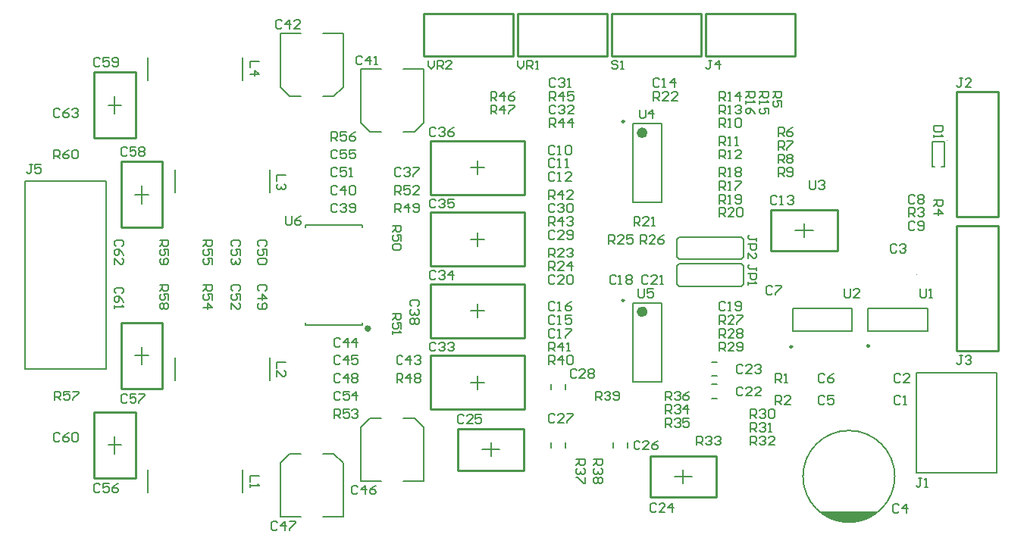
<source format=gto>
G04 Layer_Color=65535*
%FSLAX42Y42*%
%MOMM*%
G71*
G01*
G75*
%ADD32C,0.60*%
%ADD33C,0.25*%
%ADD36C,0.38*%
%ADD52C,0.25*%
%ADD53C,0.10*%
%ADD54C,0.20*%
%ADD55C,0.17*%
%ADD56C,0.15*%
%ADD57C,0.21*%
G36*
X9510Y310D02*
X9390Y260D01*
X9250Y237D01*
X9110Y260D01*
X9020Y290D01*
X8922Y360D01*
X9593D01*
X9510Y310D01*
D02*
G37*
D32*
X6970Y2590D02*
G03*
X6970Y2590I-30J0D01*
G01*
Y4590D02*
G03*
X6970Y4590I-30J0D01*
G01*
D33*
X4575Y4500D02*
X5625D01*
X4575Y3900D02*
X5625D01*
Y4500D01*
X4575Y3900D02*
Y4500D01*
Y3100D02*
Y3700D01*
X5625Y3100D02*
Y3700D01*
X4575Y3100D02*
X5625D01*
X4575Y3700D02*
X5625D01*
X4575Y2900D02*
X5625D01*
X4575Y2300D02*
X5625D01*
Y2900D01*
X4575Y2300D02*
Y2900D01*
Y1500D02*
Y2100D01*
X5625Y1500D02*
Y2100D01*
X4575Y1500D02*
X5625D01*
X4575Y2100D02*
X5625D01*
X7030Y520D02*
Y980D01*
X7770Y520D02*
Y980D01*
X7030Y520D02*
X7770D01*
X7030Y980D02*
X7770D01*
X5620Y820D02*
Y1280D01*
X4880Y820D02*
Y1280D01*
X5620D01*
X4880Y820D02*
X5620D01*
X8380Y3270D02*
Y3730D01*
X9120Y3270D02*
Y3730D01*
X8380Y3270D02*
X9120D01*
X8380Y3730D02*
X9120D01*
X4500Y5450D02*
X5500D01*
X4500D02*
Y5920D01*
X5500D01*
Y5450D02*
Y5920D01*
X5550Y5450D02*
X6550D01*
X5550D02*
Y5920D01*
X6550D01*
Y5450D02*
Y5920D01*
X6600Y5450D02*
X7600D01*
X6600D02*
Y5920D01*
X7600D01*
Y5450D02*
Y5920D01*
X7650Y5450D02*
X8650D01*
X7650D02*
Y5920D01*
X8650D01*
Y5450D02*
Y5920D01*
X10450Y2150D02*
X10920D01*
Y3550D01*
X10450D02*
X10920D01*
X10450Y2150D02*
Y3550D01*
Y3650D02*
X10920D01*
Y5050D01*
X10450D02*
X10920D01*
X10450Y3650D02*
Y5050D01*
X820Y5270D02*
X1280D01*
X820Y4530D02*
X1280D01*
X820D02*
Y5270D01*
X1280Y4530D02*
Y5270D01*
X1120Y3530D02*
X1580D01*
X1120Y4270D02*
X1580D01*
Y3530D02*
Y4270D01*
X1120Y3530D02*
Y4270D01*
Y1730D02*
X1580D01*
X1120Y2470D02*
X1580D01*
Y1730D02*
Y2470D01*
X1120Y1730D02*
Y2470D01*
X820Y1470D02*
X1280D01*
X820Y730D02*
X1280D01*
X820D02*
Y1470D01*
X1280Y730D02*
Y1470D01*
D36*
X3896Y2403D02*
G03*
X3896Y2403I-20J0D01*
G01*
D52*
X8618Y2198D02*
G03*
X8618Y2198I-12J0D01*
G01*
X9478Y2210D02*
G03*
X9478Y2210I-12J0D01*
G01*
X6740Y2716D02*
G03*
X6740Y2716I-12J0D01*
G01*
Y4716D02*
G03*
X6740Y4716I-12J0D01*
G01*
D53*
X8312Y2290D02*
G03*
X8312Y2290I-5J0D01*
G01*
X10015Y3008D02*
G03*
X10015Y3008I-5J0D01*
G01*
X10347Y4503D02*
G03*
X10347Y4503I-5J0D01*
G01*
D54*
X9763Y750D02*
G03*
X9763Y750I-513J0D01*
G01*
X9280Y2375D02*
Y2625D01*
X8620Y2375D02*
Y2625D01*
X9280D01*
X8620Y2375D02*
X9280D01*
X10135D02*
Y2625D01*
X9465Y2375D02*
Y2625D01*
X10135D01*
X9465Y2375D02*
X10135D01*
X10900Y790D02*
Y1910D01*
X10000Y790D02*
Y1910D01*
Y790D02*
X10900D01*
X10000Y1910D02*
X10900D01*
X6840Y1810D02*
X7160D01*
X6840Y2690D02*
X7160D01*
Y1810D02*
Y2690D01*
X6840Y1810D02*
Y2690D01*
X8050Y3175D02*
X8075Y3200D01*
Y3400D01*
X8050Y3425D02*
X8075Y3400D01*
X7350Y3425D02*
X8050D01*
X7325Y3400D02*
X7350Y3425D01*
X7325Y3200D02*
Y3400D01*
Y3200D02*
X7350Y3175D01*
X8050D01*
X7325Y3100D02*
X7350Y3125D01*
X7325Y2900D02*
Y3100D01*
Y2900D02*
X7350Y2875D01*
X8050D01*
X8075Y2900D01*
Y3100D01*
X8050Y3125D02*
X8075Y3100D01*
X7350Y3125D02*
X8050D01*
X5920Y1720D02*
Y1780D01*
X6080Y1720D02*
Y1780D01*
Y1070D02*
Y1130D01*
X5920Y1070D02*
Y1130D01*
X6620Y1070D02*
Y1130D01*
X6780Y1070D02*
Y1130D01*
X7720Y2030D02*
X7780D01*
X7720Y1870D02*
X7780D01*
X7720Y1620D02*
X7780D01*
X7720Y1780D02*
X7780D01*
X6840Y3810D02*
X7160D01*
X6840Y4690D02*
X7160D01*
Y3810D02*
Y4690D01*
X6840Y3810D02*
Y4690D01*
X5025Y4200D02*
X5175D01*
X5100Y4125D02*
Y4275D01*
Y3325D02*
Y3475D01*
X5025Y3400D02*
X5175D01*
X5025Y2600D02*
X5175D01*
X5100Y2525D02*
Y2675D01*
Y1725D02*
Y1875D01*
X5025Y1800D02*
X5175D01*
X7400Y675D02*
Y825D01*
X7300Y750D02*
X7500D01*
X5250Y975D02*
Y1125D01*
X5150Y1050D02*
X5350D01*
X8750Y3425D02*
Y3575D01*
X8650Y3500D02*
X8850D01*
X50Y1950D02*
Y4050D01*
X950Y1950D02*
Y4050D01*
X50D02*
X950D01*
X50Y1950D02*
X950D01*
X975Y4900D02*
X1125D01*
X1050Y4800D02*
Y5000D01*
X1275Y3900D02*
X1425D01*
X1350Y3800D02*
Y4000D01*
X1275Y2100D02*
X1425D01*
X1350Y2000D02*
Y2200D01*
X975Y1100D02*
X1125D01*
X1050Y1000D02*
Y1200D01*
D55*
X3817Y3533D02*
Y3559D01*
X3183D02*
X3817D01*
X3183Y3533D02*
Y3559D01*
X3817Y2441D02*
Y2467D01*
X3183Y2441D02*
X3817D01*
X3183D02*
Y2467D01*
D56*
X2478Y5173D02*
Y5427D01*
X1422Y5173D02*
Y5427D01*
X2778Y3923D02*
Y4177D01*
X1722Y3923D02*
Y4177D01*
X2778Y1823D02*
Y2077D01*
X1722Y1823D02*
Y2077D01*
X2478Y573D02*
Y827D01*
X1422Y573D02*
Y827D01*
X3603Y297D02*
Y897D01*
X3497Y1003D02*
X3603Y897D01*
X3372Y1003D02*
X3497D01*
X3372Y297D02*
X3603D01*
X2897D02*
X3128D01*
X3003Y1003D02*
X3128D01*
X2897Y897D02*
X3003Y1003D01*
X2897Y297D02*
Y897D01*
X4503Y697D02*
Y1297D01*
X4397Y1403D02*
X4503Y1297D01*
X4272Y1403D02*
X4397D01*
X4272Y697D02*
X4503D01*
X3797D02*
X4028D01*
X3903Y1403D02*
X4028D01*
X3797Y1297D02*
X3903Y1403D01*
X3797Y697D02*
Y1297D01*
X2897Y5103D02*
Y5703D01*
Y5103D02*
X3003Y4997D01*
X3128D01*
X2897Y5703D02*
X3128D01*
X3372D02*
X3603D01*
X3372Y4997D02*
X3497D01*
X3603Y5103D01*
Y5703D01*
X3797Y4703D02*
Y5303D01*
Y4703D02*
X3903Y4597D01*
X4028D01*
X3797Y5303D02*
X4028D01*
X4272D02*
X4503D01*
X4272Y4597D02*
X4397D01*
X4503Y4703D01*
Y5303D01*
X10287Y4212D02*
X10321D01*
X10181D02*
X10210D01*
X10181Y4492D02*
X10321D01*
X10181Y4212D02*
Y4492D01*
X10321Y4212D02*
Y4492D01*
D57*
X6910Y4850D02*
Y4767D01*
X6927Y4750D01*
X6960D01*
X6977Y4767D01*
Y4850D01*
X7060Y4750D02*
Y4850D01*
X7010Y4800D01*
X7077D01*
X10050Y2850D02*
Y2767D01*
X10067Y2750D01*
X10100D01*
X10117Y2767D01*
Y2850D01*
X10150Y2750D02*
X10183D01*
X10167D01*
Y2850D01*
X10150Y2833D01*
X4550Y5400D02*
Y5333D01*
X4583Y5300D01*
X4617Y5333D01*
Y5400D01*
X4650Y5300D02*
Y5400D01*
X4700D01*
X4717Y5383D01*
Y5350D01*
X4700Y5333D01*
X4650D01*
X4683D02*
X4717Y5300D01*
X4817D02*
X4750D01*
X4817Y5367D01*
Y5383D01*
X4800Y5400D01*
X4767D01*
X4750Y5383D01*
X5550Y5400D02*
Y5333D01*
X5583Y5300D01*
X5617Y5333D01*
Y5400D01*
X5650Y5300D02*
Y5400D01*
X5700D01*
X5717Y5383D01*
Y5350D01*
X5700Y5333D01*
X5650D01*
X5683D02*
X5717Y5300D01*
X5750D02*
X5783D01*
X5767D01*
Y5400D01*
X5750Y5383D01*
X2960Y3660D02*
Y3577D01*
X2977Y3560D01*
X3010D01*
X3027Y3577D01*
Y3660D01*
X3127D02*
X3093Y3643D01*
X3060Y3610D01*
Y3577D01*
X3077Y3560D01*
X3110D01*
X3127Y3577D01*
Y3593D01*
X3110Y3610D01*
X3060D01*
X6900Y2850D02*
Y2767D01*
X6917Y2750D01*
X6950D01*
X6967Y2767D01*
Y2850D01*
X7067D02*
X7000D01*
Y2800D01*
X7033Y2817D01*
X7050D01*
X7067Y2800D01*
Y2767D01*
X7050Y2750D01*
X7017D01*
X7000Y2767D01*
X8810Y4060D02*
Y3977D01*
X8827Y3960D01*
X8860D01*
X8877Y3977D01*
Y4060D01*
X8910Y4043D02*
X8927Y4060D01*
X8960D01*
X8977Y4043D01*
Y4027D01*
X8960Y4010D01*
X8943D01*
X8960D01*
X8977Y3993D01*
Y3977D01*
X8960Y3960D01*
X8927D01*
X8910Y3977D01*
X9200Y2850D02*
Y2767D01*
X9217Y2750D01*
X9250D01*
X9267Y2767D01*
Y2850D01*
X9367Y2750D02*
X9300D01*
X9367Y2817D01*
Y2833D01*
X9350Y2850D01*
X9317D01*
X9300Y2833D01*
X6667Y5383D02*
X6650Y5400D01*
X6617D01*
X6600Y5383D01*
Y5367D01*
X6617Y5350D01*
X6650D01*
X6667Y5333D01*
Y5317D01*
X6650Y5300D01*
X6617D01*
X6600Y5317D01*
X6700Y5300D02*
X6733D01*
X6717D01*
Y5400D01*
X6700Y5383D01*
X370Y4300D02*
Y4400D01*
X420D01*
X437Y4383D01*
Y4350D01*
X420Y4333D01*
X370D01*
X403D02*
X437Y4300D01*
X537Y4400D02*
X503Y4383D01*
X470Y4350D01*
Y4317D01*
X487Y4300D01*
X520D01*
X537Y4317D01*
Y4333D01*
X520Y4350D01*
X470D01*
X570Y4383D02*
X587Y4400D01*
X620D01*
X637Y4383D01*
Y4317D01*
X620Y4300D01*
X587D01*
X570Y4317D01*
Y4383D01*
X1550Y3390D02*
X1650D01*
Y3340D01*
X1633Y3323D01*
X1600D01*
X1583Y3340D01*
Y3390D01*
Y3357D02*
X1550Y3323D01*
X1650Y3223D02*
Y3290D01*
X1600D01*
X1617Y3257D01*
Y3240D01*
X1600Y3223D01*
X1567D01*
X1550Y3240D01*
Y3273D01*
X1567Y3290D01*
Y3190D02*
X1550Y3173D01*
Y3140D01*
X1567Y3123D01*
X1633D01*
X1650Y3140D01*
Y3173D01*
X1633Y3190D01*
X1617D01*
X1600Y3173D01*
Y3123D01*
X1550Y2890D02*
X1650D01*
Y2840D01*
X1633Y2823D01*
X1600D01*
X1583Y2840D01*
Y2890D01*
Y2857D02*
X1550Y2823D01*
X1650Y2723D02*
Y2790D01*
X1600D01*
X1617Y2757D01*
Y2740D01*
X1600Y2723D01*
X1567D01*
X1550Y2740D01*
Y2773D01*
X1567Y2790D01*
X1633Y2690D02*
X1650Y2673D01*
Y2640D01*
X1633Y2623D01*
X1617D01*
X1600Y2640D01*
X1583Y2623D01*
X1567D01*
X1550Y2640D01*
Y2673D01*
X1567Y2690D01*
X1583D01*
X1600Y2673D01*
X1617Y2690D01*
X1633D01*
X1600Y2673D02*
Y2640D01*
X380Y1600D02*
Y1700D01*
X430D01*
X447Y1683D01*
Y1650D01*
X430Y1633D01*
X380D01*
X413D02*
X447Y1600D01*
X547Y1700D02*
X480D01*
Y1650D01*
X513Y1667D01*
X530D01*
X547Y1650D01*
Y1617D01*
X530Y1600D01*
X497D01*
X480Y1617D01*
X580Y1700D02*
X647D01*
Y1683D01*
X580Y1617D01*
Y1600D01*
X3470Y4500D02*
Y4600D01*
X3520D01*
X3537Y4583D01*
Y4550D01*
X3520Y4533D01*
X3470D01*
X3503D02*
X3537Y4500D01*
X3637Y4600D02*
X3570D01*
Y4550D01*
X3603Y4567D01*
X3620D01*
X3637Y4550D01*
Y4517D01*
X3620Y4500D01*
X3587D01*
X3570Y4517D01*
X3737Y4600D02*
X3703Y4583D01*
X3670Y4550D01*
Y4517D01*
X3687Y4500D01*
X3720D01*
X3737Y4517D01*
Y4533D01*
X3720Y4550D01*
X3670D01*
X2040Y3390D02*
X2140D01*
Y3340D01*
X2123Y3323D01*
X2090D01*
X2073Y3340D01*
Y3390D01*
Y3357D02*
X2040Y3323D01*
X2140Y3223D02*
Y3290D01*
X2090D01*
X2107Y3257D01*
Y3240D01*
X2090Y3223D01*
X2057D01*
X2040Y3240D01*
Y3273D01*
X2057Y3290D01*
X2140Y3123D02*
Y3190D01*
X2090D01*
X2107Y3157D01*
Y3140D01*
X2090Y3123D01*
X2057D01*
X2040Y3140D01*
Y3173D01*
X2057Y3190D01*
X2040Y2890D02*
X2140D01*
Y2840D01*
X2123Y2823D01*
X2090D01*
X2073Y2840D01*
Y2890D01*
Y2857D02*
X2040Y2823D01*
X2140Y2723D02*
Y2790D01*
X2090D01*
X2107Y2757D01*
Y2740D01*
X2090Y2723D01*
X2057D01*
X2040Y2740D01*
Y2773D01*
X2057Y2790D01*
X2040Y2640D02*
X2140D01*
X2090Y2690D01*
Y2623D01*
X3500Y1400D02*
Y1500D01*
X3550D01*
X3567Y1483D01*
Y1450D01*
X3550Y1433D01*
X3500D01*
X3533D02*
X3567Y1400D01*
X3667Y1500D02*
X3600D01*
Y1450D01*
X3633Y1467D01*
X3650D01*
X3667Y1450D01*
Y1417D01*
X3650Y1400D01*
X3617D01*
X3600Y1417D01*
X3700Y1483D02*
X3717Y1500D01*
X3750D01*
X3767Y1483D01*
Y1467D01*
X3750Y1450D01*
X3733D01*
X3750D01*
X3767Y1433D01*
Y1417D01*
X3750Y1400D01*
X3717D01*
X3700Y1417D01*
X4200Y1800D02*
Y1900D01*
X4250D01*
X4267Y1883D01*
Y1850D01*
X4250Y1833D01*
X4200D01*
X4233D02*
X4267Y1800D01*
X4350D02*
Y1900D01*
X4300Y1850D01*
X4367D01*
X4400Y1883D02*
X4417Y1900D01*
X4450D01*
X4467Y1883D01*
Y1867D01*
X4450Y1850D01*
X4467Y1833D01*
Y1817D01*
X4450Y1800D01*
X4417D01*
X4400Y1817D01*
Y1833D01*
X4417Y1850D01*
X4400Y1867D01*
Y1883D01*
X4417Y1850D02*
X4450D01*
X4180Y3900D02*
Y4000D01*
X4230D01*
X4247Y3983D01*
Y3950D01*
X4230Y3933D01*
X4180D01*
X4213D02*
X4247Y3900D01*
X4347Y4000D02*
X4280D01*
Y3950D01*
X4313Y3967D01*
X4330D01*
X4347Y3950D01*
Y3917D01*
X4330Y3900D01*
X4297D01*
X4280Y3917D01*
X4447Y3900D02*
X4380D01*
X4447Y3967D01*
Y3983D01*
X4430Y4000D01*
X4397D01*
X4380Y3983D01*
X4150Y2570D02*
X4250D01*
Y2520D01*
X4233Y2503D01*
X4200D01*
X4183Y2520D01*
Y2570D01*
Y2537D02*
X4150Y2503D01*
X4250Y2403D02*
Y2470D01*
X4200D01*
X4217Y2437D01*
Y2420D01*
X4200Y2403D01*
X4167D01*
X4150Y2420D01*
Y2453D01*
X4167Y2470D01*
X4150Y2370D02*
Y2337D01*
Y2353D01*
X4250D01*
X4233Y2370D01*
X4180Y3700D02*
Y3800D01*
X4230D01*
X4247Y3783D01*
Y3750D01*
X4230Y3733D01*
X4180D01*
X4213D02*
X4247Y3700D01*
X4330D02*
Y3800D01*
X4280Y3750D01*
X4347D01*
X4380Y3717D02*
X4397Y3700D01*
X4430D01*
X4447Y3717D01*
Y3783D01*
X4430Y3800D01*
X4397D01*
X4380Y3783D01*
Y3767D01*
X4397Y3750D01*
X4447D01*
X4150Y3550D02*
X4250D01*
Y3500D01*
X4233Y3483D01*
X4200D01*
X4183Y3500D01*
Y3550D01*
Y3517D02*
X4150Y3483D01*
X4250Y3383D02*
Y3450D01*
X4200D01*
X4217Y3417D01*
Y3400D01*
X4200Y3383D01*
X4167D01*
X4150Y3400D01*
Y3433D01*
X4167Y3450D01*
X4233Y3350D02*
X4250Y3333D01*
Y3300D01*
X4233Y3283D01*
X4167D01*
X4150Y3300D01*
Y3333D01*
X4167Y3350D01*
X4233D01*
X5250Y4800D02*
Y4900D01*
X5300D01*
X5317Y4883D01*
Y4850D01*
X5300Y4833D01*
X5250D01*
X5283D02*
X5317Y4800D01*
X5400D02*
Y4900D01*
X5350Y4850D01*
X5417D01*
X5450Y4900D02*
X5517D01*
Y4883D01*
X5450Y4817D01*
Y4800D01*
X5910Y4650D02*
Y4750D01*
X5960D01*
X5977Y4733D01*
Y4700D01*
X5960Y4683D01*
X5910D01*
X5943D02*
X5977Y4650D01*
X6060D02*
Y4750D01*
X6010Y4700D01*
X6077D01*
X6160Y4650D02*
Y4750D01*
X6110Y4700D01*
X6177D01*
X5900Y3850D02*
Y3950D01*
X5950D01*
X5967Y3933D01*
Y3900D01*
X5950Y3883D01*
X5900D01*
X5933D02*
X5967Y3850D01*
X6050D02*
Y3950D01*
X6000Y3900D01*
X6067D01*
X6167Y3850D02*
X6100D01*
X6167Y3917D01*
Y3933D01*
X6150Y3950D01*
X6117D01*
X6100Y3933D01*
X5250Y4950D02*
Y5050D01*
X5300D01*
X5317Y5033D01*
Y5000D01*
X5300Y4983D01*
X5250D01*
X5283D02*
X5317Y4950D01*
X5400D02*
Y5050D01*
X5350Y5000D01*
X5417D01*
X5517Y5050D02*
X5483Y5033D01*
X5450Y5000D01*
Y4967D01*
X5467Y4950D01*
X5500D01*
X5517Y4967D01*
Y4983D01*
X5500Y5000D01*
X5450D01*
X5910Y4950D02*
Y5050D01*
X5960D01*
X5977Y5033D01*
Y5000D01*
X5960Y4983D01*
X5910D01*
X5943D02*
X5977Y4950D01*
X6060D02*
Y5050D01*
X6010Y5000D01*
X6077D01*
X6177Y5050D02*
X6110D01*
Y5000D01*
X6143Y5017D01*
X6160D01*
X6177Y5000D01*
Y4967D01*
X6160Y4950D01*
X6127D01*
X6110Y4967D01*
X5900Y3550D02*
Y3650D01*
X5950D01*
X5967Y3633D01*
Y3600D01*
X5950Y3583D01*
X5900D01*
X5933D02*
X5967Y3550D01*
X6050D02*
Y3650D01*
X6000Y3600D01*
X6067D01*
X6100Y3633D02*
X6117Y3650D01*
X6150D01*
X6167Y3633D01*
Y3617D01*
X6150Y3600D01*
X6133D01*
X6150D01*
X6167Y3583D01*
Y3567D01*
X6150Y3550D01*
X6117D01*
X6100Y3567D01*
X5900Y2150D02*
Y2250D01*
X5950D01*
X5967Y2233D01*
Y2200D01*
X5950Y2183D01*
X5900D01*
X5933D02*
X5967Y2150D01*
X6050D02*
Y2250D01*
X6000Y2200D01*
X6067D01*
X6100Y2150D02*
X6133D01*
X6117D01*
Y2250D01*
X6100Y2233D01*
X7550Y1100D02*
Y1200D01*
X7600D01*
X7617Y1183D01*
Y1150D01*
X7600Y1133D01*
X7550D01*
X7583D02*
X7617Y1100D01*
X7650Y1183D02*
X7667Y1200D01*
X7700D01*
X7717Y1183D01*
Y1167D01*
X7700Y1150D01*
X7683D01*
X7700D01*
X7717Y1133D01*
Y1117D01*
X7700Y1100D01*
X7667D01*
X7650Y1117D01*
X7750Y1183D02*
X7767Y1200D01*
X7800D01*
X7817Y1183D01*
Y1167D01*
X7800Y1150D01*
X7783D01*
X7800D01*
X7817Y1133D01*
Y1117D01*
X7800Y1100D01*
X7767D01*
X7750Y1117D01*
X8150Y1100D02*
Y1200D01*
X8200D01*
X8217Y1183D01*
Y1150D01*
X8200Y1133D01*
X8150D01*
X8183D02*
X8217Y1100D01*
X8250Y1183D02*
X8267Y1200D01*
X8300D01*
X8317Y1183D01*
Y1167D01*
X8300Y1150D01*
X8283D01*
X8300D01*
X8317Y1133D01*
Y1117D01*
X8300Y1100D01*
X8267D01*
X8250Y1117D01*
X8417Y1100D02*
X8350D01*
X8417Y1167D01*
Y1183D01*
X8400Y1200D01*
X8367D01*
X8350Y1183D01*
X7800Y2150D02*
Y2250D01*
X7850D01*
X7867Y2233D01*
Y2200D01*
X7850Y2183D01*
X7800D01*
X7833D02*
X7867Y2150D01*
X7967D02*
X7900D01*
X7967Y2217D01*
Y2233D01*
X7950Y2250D01*
X7917D01*
X7900Y2233D01*
X8000Y2167D02*
X8017Y2150D01*
X8050D01*
X8067Y2167D01*
Y2233D01*
X8050Y2250D01*
X8017D01*
X8000Y2233D01*
Y2217D01*
X8017Y2200D01*
X8067D01*
X5900Y2000D02*
Y2100D01*
X5950D01*
X5967Y2083D01*
Y2050D01*
X5950Y2033D01*
X5900D01*
X5933D02*
X5967Y2000D01*
X6050D02*
Y2100D01*
X6000Y2050D01*
X6067D01*
X6100Y2083D02*
X6117Y2100D01*
X6150D01*
X6167Y2083D01*
Y2017D01*
X6150Y2000D01*
X6117D01*
X6100Y2017D01*
Y2083D01*
X7200Y1600D02*
Y1700D01*
X7250D01*
X7267Y1683D01*
Y1650D01*
X7250Y1633D01*
X7200D01*
X7233D02*
X7267Y1600D01*
X7300Y1683D02*
X7317Y1700D01*
X7350D01*
X7367Y1683D01*
Y1667D01*
X7350Y1650D01*
X7333D01*
X7350D01*
X7367Y1633D01*
Y1617D01*
X7350Y1600D01*
X7317D01*
X7300Y1617D01*
X7467Y1700D02*
X7433Y1683D01*
X7400Y1650D01*
Y1617D01*
X7417Y1600D01*
X7450D01*
X7467Y1617D01*
Y1633D01*
X7450Y1650D01*
X7400D01*
X7200Y1300D02*
Y1400D01*
X7250D01*
X7267Y1383D01*
Y1350D01*
X7250Y1333D01*
X7200D01*
X7233D02*
X7267Y1300D01*
X7300Y1383D02*
X7317Y1400D01*
X7350D01*
X7367Y1383D01*
Y1367D01*
X7350Y1350D01*
X7333D01*
X7350D01*
X7367Y1333D01*
Y1317D01*
X7350Y1300D01*
X7317D01*
X7300Y1317D01*
X7467Y1400D02*
X7400D01*
Y1350D01*
X7433Y1367D01*
X7450D01*
X7467Y1350D01*
Y1317D01*
X7450Y1300D01*
X7417D01*
X7400Y1317D01*
X8150Y1250D02*
Y1350D01*
X8200D01*
X8217Y1333D01*
Y1300D01*
X8200Y1283D01*
X8150D01*
X8183D02*
X8217Y1250D01*
X8250Y1333D02*
X8267Y1350D01*
X8300D01*
X8317Y1333D01*
Y1317D01*
X8300Y1300D01*
X8283D01*
X8300D01*
X8317Y1283D01*
Y1267D01*
X8300Y1250D01*
X8267D01*
X8250Y1267D01*
X8350Y1250D02*
X8383D01*
X8367D01*
Y1350D01*
X8350Y1333D01*
X7200Y1450D02*
Y1550D01*
X7250D01*
X7267Y1533D01*
Y1500D01*
X7250Y1483D01*
X7200D01*
X7233D02*
X7267Y1450D01*
X7300Y1533D02*
X7317Y1550D01*
X7350D01*
X7367Y1533D01*
Y1517D01*
X7350Y1500D01*
X7333D01*
X7350D01*
X7367Y1483D01*
Y1467D01*
X7350Y1450D01*
X7317D01*
X7300Y1467D01*
X7450Y1450D02*
Y1550D01*
X7400Y1500D01*
X7467D01*
X8150Y1400D02*
Y1500D01*
X8200D01*
X8217Y1483D01*
Y1450D01*
X8200Y1433D01*
X8150D01*
X8183D02*
X8217Y1400D01*
X8250Y1483D02*
X8267Y1500D01*
X8300D01*
X8317Y1483D01*
Y1467D01*
X8300Y1450D01*
X8283D01*
X8300D01*
X8317Y1433D01*
Y1417D01*
X8300Y1400D01*
X8267D01*
X8250Y1417D01*
X8350Y1483D02*
X8367Y1500D01*
X8400D01*
X8417Y1483D01*
Y1417D01*
X8400Y1400D01*
X8367D01*
X8350Y1417D01*
Y1483D01*
X6420Y1600D02*
Y1700D01*
X6470D01*
X6487Y1683D01*
Y1650D01*
X6470Y1633D01*
X6420D01*
X6453D02*
X6487Y1600D01*
X6520Y1683D02*
X6537Y1700D01*
X6570D01*
X6587Y1683D01*
Y1667D01*
X6570Y1650D01*
X6553D01*
X6570D01*
X6587Y1633D01*
Y1617D01*
X6570Y1600D01*
X6537D01*
X6520Y1617D01*
X6620D02*
X6637Y1600D01*
X6670D01*
X6687Y1617D01*
Y1683D01*
X6670Y1700D01*
X6637D01*
X6620Y1683D01*
Y1667D01*
X6637Y1650D01*
X6687D01*
X6400Y940D02*
X6500D01*
Y890D01*
X6483Y873D01*
X6450D01*
X6433Y890D01*
Y940D01*
Y907D02*
X6400Y873D01*
X6483Y840D02*
X6500Y823D01*
Y790D01*
X6483Y773D01*
X6467D01*
X6450Y790D01*
Y807D01*
Y790D01*
X6433Y773D01*
X6417D01*
X6400Y790D01*
Y823D01*
X6417Y840D01*
X6483Y740D02*
X6500Y723D01*
Y690D01*
X6483Y673D01*
X6467D01*
X6450Y690D01*
X6433Y673D01*
X6417D01*
X6400Y690D01*
Y723D01*
X6417Y740D01*
X6433D01*
X6450Y723D01*
X6467Y740D01*
X6483D01*
X6450Y723D02*
Y690D01*
X6200Y940D02*
X6300D01*
Y890D01*
X6283Y873D01*
X6250D01*
X6233Y890D01*
Y940D01*
Y907D02*
X6200Y873D01*
X6283Y840D02*
X6300Y823D01*
Y790D01*
X6283Y773D01*
X6267D01*
X6250Y790D01*
Y807D01*
Y790D01*
X6233Y773D01*
X6217D01*
X6200Y790D01*
Y823D01*
X6217Y840D01*
X6300Y740D02*
Y673D01*
X6283D01*
X6217Y740D01*
X6200D01*
X7800Y2300D02*
Y2400D01*
X7850D01*
X7867Y2383D01*
Y2350D01*
X7850Y2333D01*
X7800D01*
X7833D02*
X7867Y2300D01*
X7967D02*
X7900D01*
X7967Y2367D01*
Y2383D01*
X7950Y2400D01*
X7917D01*
X7900Y2383D01*
X8000D02*
X8017Y2400D01*
X8050D01*
X8067Y2383D01*
Y2367D01*
X8050Y2350D01*
X8067Y2333D01*
Y2317D01*
X8050Y2300D01*
X8017D01*
X8000Y2317D01*
Y2333D01*
X8017Y2350D01*
X8000Y2367D01*
Y2383D01*
X8017Y2350D02*
X8050D01*
X7800Y2450D02*
Y2550D01*
X7850D01*
X7867Y2533D01*
Y2500D01*
X7850Y2483D01*
X7800D01*
X7833D02*
X7867Y2450D01*
X7967D02*
X7900D01*
X7967Y2517D01*
Y2533D01*
X7950Y2550D01*
X7917D01*
X7900Y2533D01*
X8000Y2550D02*
X8067D01*
Y2533D01*
X8000Y2467D01*
Y2450D01*
X6920Y3350D02*
Y3450D01*
X6970D01*
X6987Y3433D01*
Y3400D01*
X6970Y3383D01*
X6920D01*
X6953D02*
X6987Y3350D01*
X7087D02*
X7020D01*
X7087Y3417D01*
Y3433D01*
X7070Y3450D01*
X7037D01*
X7020Y3433D01*
X7187Y3450D02*
X7153Y3433D01*
X7120Y3400D01*
Y3367D01*
X7137Y3350D01*
X7170D01*
X7187Y3367D01*
Y3383D01*
X7170Y3400D01*
X7120D01*
X6570Y3350D02*
Y3450D01*
X6620D01*
X6637Y3433D01*
Y3400D01*
X6620Y3383D01*
X6570D01*
X6603D02*
X6637Y3350D01*
X6737D02*
X6670D01*
X6737Y3417D01*
Y3433D01*
X6720Y3450D01*
X6687D01*
X6670Y3433D01*
X6837Y3450D02*
X6770D01*
Y3400D01*
X6803Y3417D01*
X6820D01*
X6837Y3400D01*
Y3367D01*
X6820Y3350D01*
X6787D01*
X6770Y3367D01*
X5900Y3050D02*
Y3150D01*
X5950D01*
X5967Y3133D01*
Y3100D01*
X5950Y3083D01*
X5900D01*
X5933D02*
X5967Y3050D01*
X6067D02*
X6000D01*
X6067Y3117D01*
Y3133D01*
X6050Y3150D01*
X6017D01*
X6000Y3133D01*
X6150Y3050D02*
Y3150D01*
X6100Y3100D01*
X6167D01*
X5900Y3200D02*
Y3300D01*
X5950D01*
X5967Y3283D01*
Y3250D01*
X5950Y3233D01*
X5900D01*
X5933D02*
X5967Y3200D01*
X6067D02*
X6000D01*
X6067Y3267D01*
Y3283D01*
X6050Y3300D01*
X6017D01*
X6000Y3283D01*
X6100D02*
X6117Y3300D01*
X6150D01*
X6167Y3283D01*
Y3267D01*
X6150Y3250D01*
X6133D01*
X6150D01*
X6167Y3233D01*
Y3217D01*
X6150Y3200D01*
X6117D01*
X6100Y3217D01*
X7070Y4950D02*
Y5050D01*
X7120D01*
X7137Y5033D01*
Y5000D01*
X7120Y4983D01*
X7070D01*
X7103D02*
X7137Y4950D01*
X7237D02*
X7170D01*
X7237Y5017D01*
Y5033D01*
X7220Y5050D01*
X7187D01*
X7170Y5033D01*
X7337Y4950D02*
X7270D01*
X7337Y5017D01*
Y5033D01*
X7320Y5050D01*
X7287D01*
X7270Y5033D01*
X6850Y3550D02*
Y3650D01*
X6900D01*
X6917Y3633D01*
Y3600D01*
X6900Y3583D01*
X6850D01*
X6883D02*
X6917Y3550D01*
X7017D02*
X6950D01*
X7017Y3617D01*
Y3633D01*
X7000Y3650D01*
X6967D01*
X6950Y3633D01*
X7050Y3550D02*
X7083D01*
X7067D01*
Y3650D01*
X7050Y3633D01*
X7800Y3650D02*
Y3750D01*
X7850D01*
X7867Y3733D01*
Y3700D01*
X7850Y3683D01*
X7800D01*
X7833D02*
X7867Y3650D01*
X7967D02*
X7900D01*
X7967Y3717D01*
Y3733D01*
X7950Y3750D01*
X7917D01*
X7900Y3733D01*
X8000D02*
X8017Y3750D01*
X8050D01*
X8067Y3733D01*
Y3667D01*
X8050Y3650D01*
X8017D01*
X8000Y3667D01*
Y3733D01*
X7800Y3800D02*
Y3900D01*
X7850D01*
X7867Y3883D01*
Y3850D01*
X7850Y3833D01*
X7800D01*
X7833D02*
X7867Y3800D01*
X7900D02*
X7933D01*
X7917D01*
Y3900D01*
X7900Y3883D01*
X7983Y3817D02*
X8000Y3800D01*
X8033D01*
X8050Y3817D01*
Y3883D01*
X8033Y3900D01*
X8000D01*
X7983Y3883D01*
Y3867D01*
X8000Y3850D01*
X8050D01*
X7800Y4100D02*
Y4200D01*
X7850D01*
X7867Y4183D01*
Y4150D01*
X7850Y4133D01*
X7800D01*
X7833D02*
X7867Y4100D01*
X7900D02*
X7933D01*
X7917D01*
Y4200D01*
X7900Y4183D01*
X7983D02*
X8000Y4200D01*
X8033D01*
X8050Y4183D01*
Y4167D01*
X8033Y4150D01*
X8050Y4133D01*
Y4117D01*
X8033Y4100D01*
X8000D01*
X7983Y4117D01*
Y4133D01*
X8000Y4150D01*
X7983Y4167D01*
Y4183D01*
X8000Y4150D02*
X8033D01*
X7800Y3950D02*
Y4050D01*
X7850D01*
X7867Y4033D01*
Y4000D01*
X7850Y3983D01*
X7800D01*
X7833D02*
X7867Y3950D01*
X7900D02*
X7933D01*
X7917D01*
Y4050D01*
X7900Y4033D01*
X7983Y4050D02*
X8050D01*
Y4033D01*
X7983Y3967D01*
Y3950D01*
X8100Y5050D02*
X8200D01*
Y5000D01*
X8183Y4983D01*
X8150D01*
X8133Y5000D01*
Y5050D01*
Y5017D02*
X8100Y4983D01*
Y4950D02*
Y4917D01*
Y4933D01*
X8200D01*
X8183Y4950D01*
X8200Y4800D02*
X8183Y4833D01*
X8150Y4867D01*
X8117D01*
X8100Y4850D01*
Y4817D01*
X8117Y4800D01*
X8133D01*
X8150Y4817D01*
Y4867D01*
X8250Y5050D02*
X8350D01*
Y5000D01*
X8333Y4983D01*
X8300D01*
X8283Y5000D01*
Y5050D01*
Y5017D02*
X8250Y4983D01*
Y4950D02*
Y4917D01*
Y4933D01*
X8350D01*
X8333Y4950D01*
X8350Y4800D02*
Y4867D01*
X8300D01*
X8317Y4833D01*
Y4817D01*
X8300Y4800D01*
X8267D01*
X8250Y4817D01*
Y4850D01*
X8267Y4867D01*
X7800Y4950D02*
Y5050D01*
X7850D01*
X7867Y5033D01*
Y5000D01*
X7850Y4983D01*
X7800D01*
X7833D02*
X7867Y4950D01*
X7900D02*
X7933D01*
X7917D01*
Y5050D01*
X7900Y5033D01*
X8033Y4950D02*
Y5050D01*
X7983Y5000D01*
X8050D01*
X7800Y4800D02*
Y4900D01*
X7850D01*
X7867Y4883D01*
Y4850D01*
X7850Y4833D01*
X7800D01*
X7833D02*
X7867Y4800D01*
X7900D02*
X7933D01*
X7917D01*
Y4900D01*
X7900Y4883D01*
X7983D02*
X8000Y4900D01*
X8033D01*
X8050Y4883D01*
Y4867D01*
X8033Y4850D01*
X8017D01*
X8033D01*
X8050Y4833D01*
Y4817D01*
X8033Y4800D01*
X8000D01*
X7983Y4817D01*
X7800Y4300D02*
Y4400D01*
X7850D01*
X7867Y4383D01*
Y4350D01*
X7850Y4333D01*
X7800D01*
X7833D02*
X7867Y4300D01*
X7900D02*
X7933D01*
X7917D01*
Y4400D01*
X7900Y4383D01*
X8050Y4300D02*
X7983D01*
X8050Y4367D01*
Y4383D01*
X8033Y4400D01*
X8000D01*
X7983Y4383D01*
X7800Y4450D02*
Y4550D01*
X7850D01*
X7867Y4533D01*
Y4500D01*
X7850Y4483D01*
X7800D01*
X7833D02*
X7867Y4450D01*
X7900D02*
X7933D01*
X7917D01*
Y4550D01*
X7900Y4533D01*
X7983Y4450D02*
X8017D01*
X8000D01*
Y4550D01*
X7983Y4533D01*
X7800Y4650D02*
Y4750D01*
X7850D01*
X7867Y4733D01*
Y4700D01*
X7850Y4683D01*
X7800D01*
X7833D02*
X7867Y4650D01*
X7900D02*
X7933D01*
X7917D01*
Y4750D01*
X7900Y4733D01*
X7983D02*
X8000Y4750D01*
X8033D01*
X8050Y4733D01*
Y4667D01*
X8033Y4650D01*
X8000D01*
X7983Y4667D01*
Y4733D01*
X8460Y4100D02*
Y4200D01*
X8510D01*
X8527Y4183D01*
Y4150D01*
X8510Y4133D01*
X8460D01*
X8493D02*
X8527Y4100D01*
X8560Y4117D02*
X8577Y4100D01*
X8610D01*
X8627Y4117D01*
Y4183D01*
X8610Y4200D01*
X8577D01*
X8560Y4183D01*
Y4167D01*
X8577Y4150D01*
X8627D01*
X8460Y4250D02*
Y4350D01*
X8510D01*
X8527Y4333D01*
Y4300D01*
X8510Y4283D01*
X8460D01*
X8493D02*
X8527Y4250D01*
X8560Y4333D02*
X8577Y4350D01*
X8610D01*
X8627Y4333D01*
Y4317D01*
X8610Y4300D01*
X8627Y4283D01*
Y4267D01*
X8610Y4250D01*
X8577D01*
X8560Y4267D01*
Y4283D01*
X8577Y4300D01*
X8560Y4317D01*
Y4333D01*
X8577Y4300D02*
X8610D01*
X8460Y4400D02*
Y4500D01*
X8510D01*
X8527Y4483D01*
Y4450D01*
X8510Y4433D01*
X8460D01*
X8493D02*
X8527Y4400D01*
X8560Y4500D02*
X8627D01*
Y4483D01*
X8560Y4417D01*
Y4400D01*
X8460Y4550D02*
Y4650D01*
X8510D01*
X8527Y4633D01*
Y4600D01*
X8510Y4583D01*
X8460D01*
X8493D02*
X8527Y4550D01*
X8627Y4650D02*
X8593Y4633D01*
X8560Y4600D01*
Y4567D01*
X8577Y4550D01*
X8610D01*
X8627Y4567D01*
Y4583D01*
X8610Y4600D01*
X8560D01*
X8400Y5050D02*
X8500D01*
Y5000D01*
X8483Y4983D01*
X8450D01*
X8433Y5000D01*
Y5050D01*
Y5017D02*
X8400Y4983D01*
X8500Y4883D02*
Y4950D01*
X8450D01*
X8467Y4917D01*
Y4900D01*
X8450Y4883D01*
X8417D01*
X8400Y4900D01*
Y4933D01*
X8417Y4950D01*
X10200Y3840D02*
X10300D01*
Y3790D01*
X10283Y3773D01*
X10250D01*
X10233Y3790D01*
Y3840D01*
Y3807D02*
X10200Y3773D01*
Y3690D02*
X10300D01*
X10250Y3740D01*
Y3673D01*
X9920Y3650D02*
Y3750D01*
X9970D01*
X9987Y3733D01*
Y3700D01*
X9970Y3683D01*
X9920D01*
X9953D02*
X9987Y3650D01*
X10020Y3733D02*
X10037Y3750D01*
X10070D01*
X10087Y3733D01*
Y3717D01*
X10070Y3700D01*
X10053D01*
X10070D01*
X10087Y3683D01*
Y3667D01*
X10070Y3650D01*
X10037D01*
X10020Y3667D01*
X8430Y1550D02*
Y1650D01*
X8480D01*
X8497Y1633D01*
Y1600D01*
X8480Y1583D01*
X8430D01*
X8463D02*
X8497Y1550D01*
X8597D02*
X8530D01*
X8597Y1617D01*
Y1633D01*
X8580Y1650D01*
X8547D01*
X8530Y1633D01*
X8430Y1800D02*
Y1900D01*
X8480D01*
X8497Y1883D01*
Y1850D01*
X8480Y1833D01*
X8430D01*
X8463D02*
X8497Y1800D01*
X8530D02*
X8563D01*
X8547D01*
Y1900D01*
X8530Y1883D01*
X2660Y5390D02*
X2560D01*
Y5323D01*
Y5240D02*
X2660D01*
X2610Y5290D01*
Y5223D01*
X2960Y4120D02*
X2860D01*
Y4053D01*
X2943Y4020D02*
X2960Y4003D01*
Y3970D01*
X2943Y3953D01*
X2927D01*
X2910Y3970D01*
Y3987D01*
Y3970D01*
X2893Y3953D01*
X2877D01*
X2860Y3970D01*
Y4003D01*
X2877Y4020D01*
X2960Y2030D02*
X2860D01*
Y1963D01*
Y1863D02*
Y1930D01*
X2927Y1863D01*
X2943D01*
X2960Y1880D01*
Y1913D01*
X2943Y1930D01*
X2660Y760D02*
X2560D01*
Y693D01*
Y660D02*
Y627D01*
Y643D01*
X2660D01*
X2643Y660D01*
X8220Y3383D02*
Y3417D01*
Y3400D01*
X8137D01*
X8120Y3417D01*
Y3433D01*
X8137Y3450D01*
X8120Y3350D02*
X8220D01*
Y3300D01*
X8203Y3283D01*
X8170D01*
X8153Y3300D01*
Y3350D01*
X8120Y3183D02*
Y3250D01*
X8187Y3183D01*
X8203D01*
X8220Y3200D01*
Y3233D01*
X8203Y3250D01*
X8220Y3053D02*
Y3087D01*
Y3070D01*
X8137D01*
X8120Y3087D01*
Y3103D01*
X8137Y3120D01*
X8120Y3020D02*
X8220D01*
Y2970D01*
X8203Y2953D01*
X8170D01*
X8153Y2970D01*
Y3020D01*
X8120Y2920D02*
Y2887D01*
Y2903D01*
X8220D01*
X8203Y2920D01*
X128Y4233D02*
X94D01*
X111D01*
Y4149D01*
X94Y4133D01*
X78D01*
X61Y4149D01*
X228Y4233D02*
X161D01*
Y4183D01*
X194Y4199D01*
X211D01*
X228Y4183D01*
Y4149D01*
X211Y4133D01*
X178D01*
X161Y4149D01*
X7717Y5400D02*
X7683D01*
X7700D01*
Y5317D01*
X7683Y5300D01*
X7667D01*
X7650Y5317D01*
X7800Y5300D02*
Y5400D01*
X7750Y5350D01*
X7817D01*
X10517Y2100D02*
X10483D01*
X10500D01*
Y2017D01*
X10483Y2000D01*
X10467D01*
X10450Y2017D01*
X10550Y2083D02*
X10567Y2100D01*
X10600D01*
X10617Y2083D01*
Y2067D01*
X10600Y2050D01*
X10583D01*
X10600D01*
X10617Y2033D01*
Y2017D01*
X10600Y2000D01*
X10567D01*
X10550Y2017D01*
X10517Y5200D02*
X10483D01*
X10500D01*
Y5117D01*
X10483Y5100D01*
X10467D01*
X10450Y5117D01*
X10617Y5100D02*
X10550D01*
X10617Y5167D01*
Y5183D01*
X10600Y5200D01*
X10567D01*
X10550Y5183D01*
X10067Y730D02*
X10033D01*
X10050D01*
Y647D01*
X10033Y630D01*
X10017D01*
X10000Y647D01*
X10100Y630D02*
X10133D01*
X10117D01*
Y730D01*
X10100Y713D01*
X10300Y4670D02*
X10200D01*
Y4620D01*
X10217Y4603D01*
X10283D01*
X10300Y4620D01*
Y4670D01*
X10200Y4570D02*
Y4537D01*
Y4553D01*
X10300D01*
X10283Y4570D01*
X437Y4843D02*
X420Y4860D01*
X387D01*
X370Y4843D01*
Y4777D01*
X387Y4760D01*
X420D01*
X437Y4777D01*
X537Y4860D02*
X503Y4843D01*
X470Y4810D01*
Y4777D01*
X487Y4760D01*
X520D01*
X537Y4777D01*
Y4793D01*
X520Y4810D01*
X470D01*
X570Y4843D02*
X587Y4860D01*
X620D01*
X637Y4843D01*
Y4827D01*
X620Y4810D01*
X603D01*
X620D01*
X637Y4793D01*
Y4777D01*
X620Y4760D01*
X587D01*
X570Y4777D01*
X1133Y3323D02*
X1150Y3340D01*
Y3373D01*
X1133Y3390D01*
X1067D01*
X1050Y3373D01*
Y3340D01*
X1067Y3323D01*
X1150Y3223D02*
X1133Y3257D01*
X1100Y3290D01*
X1067D01*
X1050Y3273D01*
Y3240D01*
X1067Y3223D01*
X1083D01*
X1100Y3240D01*
Y3290D01*
X1050Y3123D02*
Y3190D01*
X1117Y3123D01*
X1133D01*
X1150Y3140D01*
Y3173D01*
X1133Y3190D01*
Y2793D02*
X1150Y2810D01*
Y2843D01*
X1133Y2860D01*
X1067D01*
X1050Y2843D01*
Y2810D01*
X1067Y2793D01*
X1150Y2693D02*
X1133Y2727D01*
X1100Y2760D01*
X1067D01*
X1050Y2743D01*
Y2710D01*
X1067Y2693D01*
X1083D01*
X1100Y2710D01*
Y2760D01*
X1050Y2660D02*
Y2627D01*
Y2643D01*
X1150D01*
X1133Y2660D01*
X437Y1223D02*
X420Y1240D01*
X387D01*
X370Y1223D01*
Y1157D01*
X387Y1140D01*
X420D01*
X437Y1157D01*
X537Y1240D02*
X503Y1223D01*
X470Y1190D01*
Y1157D01*
X487Y1140D01*
X520D01*
X537Y1157D01*
Y1173D01*
X520Y1190D01*
X470D01*
X570Y1223D02*
X587Y1240D01*
X620D01*
X637Y1223D01*
Y1157D01*
X620Y1140D01*
X587D01*
X570Y1157D01*
Y1223D01*
X887Y5413D02*
X870Y5430D01*
X837D01*
X820Y5413D01*
Y5347D01*
X837Y5330D01*
X870D01*
X887Y5347D01*
X987Y5430D02*
X920D01*
Y5380D01*
X953Y5397D01*
X970D01*
X987Y5380D01*
Y5347D01*
X970Y5330D01*
X937D01*
X920Y5347D01*
X1020D02*
X1037Y5330D01*
X1070D01*
X1087Y5347D01*
Y5413D01*
X1070Y5430D01*
X1037D01*
X1020Y5413D01*
Y5397D01*
X1037Y5380D01*
X1087D01*
X1187Y4413D02*
X1170Y4430D01*
X1137D01*
X1120Y4413D01*
Y4347D01*
X1137Y4330D01*
X1170D01*
X1187Y4347D01*
X1287Y4430D02*
X1220D01*
Y4380D01*
X1253Y4397D01*
X1270D01*
X1287Y4380D01*
Y4347D01*
X1270Y4330D01*
X1237D01*
X1220Y4347D01*
X1320Y4413D02*
X1337Y4430D01*
X1370D01*
X1387Y4413D01*
Y4397D01*
X1370Y4380D01*
X1387Y4363D01*
Y4347D01*
X1370Y4330D01*
X1337D01*
X1320Y4347D01*
Y4363D01*
X1337Y4380D01*
X1320Y4397D01*
Y4413D01*
X1337Y4380D02*
X1370D01*
X1187Y1653D02*
X1170Y1670D01*
X1137D01*
X1120Y1653D01*
Y1587D01*
X1137Y1570D01*
X1170D01*
X1187Y1587D01*
X1287Y1670D02*
X1220D01*
Y1620D01*
X1253Y1637D01*
X1270D01*
X1287Y1620D01*
Y1587D01*
X1270Y1570D01*
X1237D01*
X1220Y1587D01*
X1320Y1670D02*
X1387D01*
Y1653D01*
X1320Y1587D01*
Y1570D01*
X887Y653D02*
X870Y670D01*
X837D01*
X820Y653D01*
Y587D01*
X837Y570D01*
X870D01*
X887Y587D01*
X987Y670D02*
X920D01*
Y620D01*
X953Y637D01*
X970D01*
X987Y620D01*
Y587D01*
X970Y570D01*
X937D01*
X920Y587D01*
X1087Y670D02*
X1053Y653D01*
X1020Y620D01*
Y587D01*
X1037Y570D01*
X1070D01*
X1087Y587D01*
Y603D01*
X1070Y620D01*
X1020D01*
X3537Y4383D02*
X3520Y4400D01*
X3487D01*
X3470Y4383D01*
Y4317D01*
X3487Y4300D01*
X3520D01*
X3537Y4317D01*
X3637Y4400D02*
X3570D01*
Y4350D01*
X3603Y4367D01*
X3620D01*
X3637Y4350D01*
Y4317D01*
X3620Y4300D01*
X3587D01*
X3570Y4317D01*
X3737Y4400D02*
X3670D01*
Y4350D01*
X3703Y4367D01*
X3720D01*
X3737Y4350D01*
Y4317D01*
X3720Y4300D01*
X3687D01*
X3670Y4317D01*
X3567Y1683D02*
X3550Y1700D01*
X3517D01*
X3500Y1683D01*
Y1617D01*
X3517Y1600D01*
X3550D01*
X3567Y1617D01*
X3667Y1700D02*
X3600D01*
Y1650D01*
X3633Y1667D01*
X3650D01*
X3667Y1650D01*
Y1617D01*
X3650Y1600D01*
X3617D01*
X3600Y1617D01*
X3750Y1600D02*
Y1700D01*
X3700Y1650D01*
X3767D01*
X2433Y3323D02*
X2450Y3340D01*
Y3373D01*
X2433Y3390D01*
X2367D01*
X2350Y3373D01*
Y3340D01*
X2367Y3323D01*
X2450Y3223D02*
Y3290D01*
X2400D01*
X2417Y3257D01*
Y3240D01*
X2400Y3223D01*
X2367D01*
X2350Y3240D01*
Y3273D01*
X2367Y3290D01*
X2433Y3190D02*
X2450Y3173D01*
Y3140D01*
X2433Y3123D01*
X2417D01*
X2400Y3140D01*
Y3157D01*
Y3140D01*
X2383Y3123D01*
X2367D01*
X2350Y3140D01*
Y3173D01*
X2367Y3190D01*
X2433Y2823D02*
X2450Y2840D01*
Y2873D01*
X2433Y2890D01*
X2367D01*
X2350Y2873D01*
Y2840D01*
X2367Y2823D01*
X2450Y2723D02*
Y2790D01*
X2400D01*
X2417Y2757D01*
Y2740D01*
X2400Y2723D01*
X2367D01*
X2350Y2740D01*
Y2773D01*
X2367Y2790D01*
X2350Y2623D02*
Y2690D01*
X2417Y2623D01*
X2433D01*
X2450Y2640D01*
Y2673D01*
X2433Y2690D01*
X3537Y4183D02*
X3520Y4200D01*
X3487D01*
X3470Y4183D01*
Y4117D01*
X3487Y4100D01*
X3520D01*
X3537Y4117D01*
X3637Y4200D02*
X3570D01*
Y4150D01*
X3603Y4167D01*
X3620D01*
X3637Y4150D01*
Y4117D01*
X3620Y4100D01*
X3587D01*
X3570Y4117D01*
X3670Y4100D02*
X3703D01*
X3687D01*
Y4200D01*
X3670Y4183D01*
X2733Y3323D02*
X2750Y3340D01*
Y3373D01*
X2733Y3390D01*
X2667D01*
X2650Y3373D01*
Y3340D01*
X2667Y3323D01*
X2750Y3223D02*
Y3290D01*
X2700D01*
X2717Y3257D01*
Y3240D01*
X2700Y3223D01*
X2667D01*
X2650Y3240D01*
Y3273D01*
X2667Y3290D01*
X2733Y3190D02*
X2750Y3173D01*
Y3140D01*
X2733Y3123D01*
X2667D01*
X2650Y3140D01*
Y3173D01*
X2667Y3190D01*
X2733D01*
Y2823D02*
X2750Y2840D01*
Y2873D01*
X2733Y2890D01*
X2667D01*
X2650Y2873D01*
Y2840D01*
X2667Y2823D01*
X2650Y2740D02*
X2750D01*
X2700Y2790D01*
Y2723D01*
X2667Y2690D02*
X2650Y2673D01*
Y2640D01*
X2667Y2623D01*
X2733D01*
X2750Y2640D01*
Y2673D01*
X2733Y2690D01*
X2717D01*
X2700Y2673D01*
Y2623D01*
X3567Y1883D02*
X3550Y1900D01*
X3517D01*
X3500Y1883D01*
Y1817D01*
X3517Y1800D01*
X3550D01*
X3567Y1817D01*
X3650Y1800D02*
Y1900D01*
X3600Y1850D01*
X3667D01*
X3700Y1883D02*
X3717Y1900D01*
X3750D01*
X3767Y1883D01*
Y1867D01*
X3750Y1850D01*
X3767Y1833D01*
Y1817D01*
X3750Y1800D01*
X3717D01*
X3700Y1817D01*
Y1833D01*
X3717Y1850D01*
X3700Y1867D01*
Y1883D01*
X3717Y1850D02*
X3750D01*
X2867Y233D02*
X2850Y250D01*
X2817D01*
X2800Y233D01*
Y167D01*
X2817Y150D01*
X2850D01*
X2867Y167D01*
X2950Y150D02*
Y250D01*
X2900Y200D01*
X2967D01*
X3000Y250D02*
X3067D01*
Y233D01*
X3000Y167D01*
Y150D01*
X3767Y633D02*
X3750Y650D01*
X3717D01*
X3700Y633D01*
Y567D01*
X3717Y550D01*
X3750D01*
X3767Y567D01*
X3850Y550D02*
Y650D01*
X3800Y600D01*
X3867D01*
X3967Y650D02*
X3933Y633D01*
X3900Y600D01*
Y567D01*
X3917Y550D01*
X3950D01*
X3967Y567D01*
Y583D01*
X3950Y600D01*
X3900D01*
X3567Y2083D02*
X3550Y2100D01*
X3517D01*
X3500Y2083D01*
Y2017D01*
X3517Y2000D01*
X3550D01*
X3567Y2017D01*
X3650Y2000D02*
Y2100D01*
X3600Y2050D01*
X3667D01*
X3767Y2100D02*
X3700D01*
Y2050D01*
X3733Y2067D01*
X3750D01*
X3767Y2050D01*
Y2017D01*
X3750Y2000D01*
X3717D01*
X3700Y2017D01*
X3567Y2283D02*
X3550Y2300D01*
X3517D01*
X3500Y2283D01*
Y2217D01*
X3517Y2200D01*
X3550D01*
X3567Y2217D01*
X3650Y2200D02*
Y2300D01*
X3600Y2250D01*
X3667D01*
X3750Y2200D02*
Y2300D01*
X3700Y2250D01*
X3767D01*
X4267Y2083D02*
X4250Y2100D01*
X4217D01*
X4200Y2083D01*
Y2017D01*
X4217Y2000D01*
X4250D01*
X4267Y2017D01*
X4350Y2000D02*
Y2100D01*
X4300Y2050D01*
X4367D01*
X4400Y2083D02*
X4417Y2100D01*
X4450D01*
X4467Y2083D01*
Y2067D01*
X4450Y2050D01*
X4433D01*
X4450D01*
X4467Y2033D01*
Y2017D01*
X4450Y2000D01*
X4417D01*
X4400Y2017D01*
X2917Y5833D02*
X2900Y5850D01*
X2867D01*
X2850Y5833D01*
Y5767D01*
X2867Y5750D01*
X2900D01*
X2917Y5767D01*
X3000Y5750D02*
Y5850D01*
X2950Y5800D01*
X3017D01*
X3117Y5750D02*
X3050D01*
X3117Y5817D01*
Y5833D01*
X3100Y5850D01*
X3067D01*
X3050Y5833D01*
X3817Y5433D02*
X3800Y5450D01*
X3767D01*
X3750Y5433D01*
Y5367D01*
X3767Y5350D01*
X3800D01*
X3817Y5367D01*
X3900Y5350D02*
Y5450D01*
X3850Y5400D01*
X3917D01*
X3950Y5350D02*
X3983D01*
X3967D01*
Y5450D01*
X3950Y5433D01*
X3537Y3983D02*
X3520Y4000D01*
X3487D01*
X3470Y3983D01*
Y3917D01*
X3487Y3900D01*
X3520D01*
X3537Y3917D01*
X3620Y3900D02*
Y4000D01*
X3570Y3950D01*
X3637D01*
X3670Y3983D02*
X3687Y4000D01*
X3720D01*
X3737Y3983D01*
Y3917D01*
X3720Y3900D01*
X3687D01*
X3670Y3917D01*
Y3983D01*
X3537Y3783D02*
X3520Y3800D01*
X3487D01*
X3470Y3783D01*
Y3717D01*
X3487Y3700D01*
X3520D01*
X3537Y3717D01*
X3570Y3783D02*
X3587Y3800D01*
X3620D01*
X3637Y3783D01*
Y3767D01*
X3620Y3750D01*
X3603D01*
X3620D01*
X3637Y3733D01*
Y3717D01*
X3620Y3700D01*
X3587D01*
X3570Y3717D01*
X3670D02*
X3687Y3700D01*
X3720D01*
X3737Y3717D01*
Y3783D01*
X3720Y3800D01*
X3687D01*
X3670Y3783D01*
Y3767D01*
X3687Y3750D01*
X3737D01*
X4433Y2653D02*
X4450Y2670D01*
Y2703D01*
X4433Y2720D01*
X4367D01*
X4350Y2703D01*
Y2670D01*
X4367Y2653D01*
X4433Y2620D02*
X4450Y2603D01*
Y2570D01*
X4433Y2553D01*
X4417D01*
X4400Y2570D01*
Y2587D01*
Y2570D01*
X4383Y2553D01*
X4367D01*
X4350Y2570D01*
Y2603D01*
X4367Y2620D01*
X4433Y2520D02*
X4450Y2503D01*
Y2470D01*
X4433Y2453D01*
X4417D01*
X4400Y2470D01*
X4383Y2453D01*
X4367D01*
X4350Y2470D01*
Y2503D01*
X4367Y2520D01*
X4383D01*
X4400Y2503D01*
X4417Y2520D01*
X4433D01*
X4400Y2503D02*
Y2470D01*
X4247Y4183D02*
X4230Y4200D01*
X4197D01*
X4180Y4183D01*
Y4117D01*
X4197Y4100D01*
X4230D01*
X4247Y4117D01*
X4280Y4183D02*
X4297Y4200D01*
X4330D01*
X4347Y4183D01*
Y4167D01*
X4330Y4150D01*
X4313D01*
X4330D01*
X4347Y4133D01*
Y4117D01*
X4330Y4100D01*
X4297D01*
X4280Y4117D01*
X4380Y4200D02*
X4447D01*
Y4183D01*
X4380Y4117D01*
Y4100D01*
X5977Y4883D02*
X5960Y4900D01*
X5927D01*
X5910Y4883D01*
Y4817D01*
X5927Y4800D01*
X5960D01*
X5977Y4817D01*
X6010Y4883D02*
X6027Y4900D01*
X6060D01*
X6077Y4883D01*
Y4867D01*
X6060Y4850D01*
X6043D01*
X6060D01*
X6077Y4833D01*
Y4817D01*
X6060Y4800D01*
X6027D01*
X6010Y4817D01*
X6177Y4800D02*
X6110D01*
X6177Y4867D01*
Y4883D01*
X6160Y4900D01*
X6127D01*
X6110Y4883D01*
X5977Y5183D02*
X5960Y5200D01*
X5927D01*
X5910Y5183D01*
Y5117D01*
X5927Y5100D01*
X5960D01*
X5977Y5117D01*
X6010Y5183D02*
X6027Y5200D01*
X6060D01*
X6077Y5183D01*
Y5167D01*
X6060Y5150D01*
X6043D01*
X6060D01*
X6077Y5133D01*
Y5117D01*
X6060Y5100D01*
X6027D01*
X6010Y5117D01*
X6110Y5100D02*
X6143D01*
X6127D01*
Y5200D01*
X6110Y5183D01*
X5967Y3783D02*
X5950Y3800D01*
X5917D01*
X5900Y3783D01*
Y3717D01*
X5917Y3700D01*
X5950D01*
X5967Y3717D01*
X6000Y3783D02*
X6017Y3800D01*
X6050D01*
X6067Y3783D01*
Y3767D01*
X6050Y3750D01*
X6033D01*
X6050D01*
X6067Y3733D01*
Y3717D01*
X6050Y3700D01*
X6017D01*
X6000Y3717D01*
X6100Y3783D02*
X6117Y3800D01*
X6150D01*
X6167Y3783D01*
Y3717D01*
X6150Y3700D01*
X6117D01*
X6100Y3717D01*
Y3783D01*
X5967Y3483D02*
X5950Y3500D01*
X5917D01*
X5900Y3483D01*
Y3417D01*
X5917Y3400D01*
X5950D01*
X5967Y3417D01*
X6067Y3400D02*
X6000D01*
X6067Y3467D01*
Y3483D01*
X6050Y3500D01*
X6017D01*
X6000Y3483D01*
X6100Y3417D02*
X6117Y3400D01*
X6150D01*
X6167Y3417D01*
Y3483D01*
X6150Y3500D01*
X6117D01*
X6100Y3483D01*
Y3467D01*
X6117Y3450D01*
X6167D01*
X4947Y1423D02*
X4930Y1440D01*
X4897D01*
X4880Y1423D01*
Y1357D01*
X4897Y1340D01*
X4930D01*
X4947Y1357D01*
X5047Y1340D02*
X4980D01*
X5047Y1407D01*
Y1423D01*
X5030Y1440D01*
X4997D01*
X4980Y1423D01*
X5147Y1440D02*
X5080D01*
Y1390D01*
X5113Y1407D01*
X5130D01*
X5147Y1390D01*
Y1357D01*
X5130Y1340D01*
X5097D01*
X5080Y1357D01*
X7097Y433D02*
X7080Y450D01*
X7047D01*
X7030Y433D01*
Y367D01*
X7047Y350D01*
X7080D01*
X7097Y367D01*
X7197Y350D02*
X7130D01*
X7197Y417D01*
Y433D01*
X7180Y450D01*
X7147D01*
X7130Y433D01*
X7280Y350D02*
Y450D01*
X7230Y400D01*
X7297D01*
X8067Y1983D02*
X8050Y2000D01*
X8017D01*
X8000Y1983D01*
Y1917D01*
X8017Y1900D01*
X8050D01*
X8067Y1917D01*
X8167Y1900D02*
X8100D01*
X8167Y1967D01*
Y1983D01*
X8150Y2000D01*
X8117D01*
X8100Y1983D01*
X8200D02*
X8217Y2000D01*
X8250D01*
X8267Y1983D01*
Y1967D01*
X8250Y1950D01*
X8233D01*
X8250D01*
X8267Y1933D01*
Y1917D01*
X8250Y1900D01*
X8217D01*
X8200Y1917D01*
X8067Y1733D02*
X8050Y1750D01*
X8017D01*
X8000Y1733D01*
Y1667D01*
X8017Y1650D01*
X8050D01*
X8067Y1667D01*
X8167Y1650D02*
X8100D01*
X8167Y1717D01*
Y1733D01*
X8150Y1750D01*
X8117D01*
X8100Y1733D01*
X8267Y1650D02*
X8200D01*
X8267Y1717D01*
Y1733D01*
X8250Y1750D01*
X8217D01*
X8200Y1733D01*
X6917Y1133D02*
X6900Y1150D01*
X6867D01*
X6850Y1133D01*
Y1067D01*
X6867Y1050D01*
X6900D01*
X6917Y1067D01*
X7017Y1050D02*
X6950D01*
X7017Y1117D01*
Y1133D01*
X7000Y1150D01*
X6967D01*
X6950Y1133D01*
X7117Y1150D02*
X7083Y1133D01*
X7050Y1100D01*
Y1067D01*
X7067Y1050D01*
X7100D01*
X7117Y1067D01*
Y1083D01*
X7100Y1100D01*
X7050D01*
X5967Y1433D02*
X5950Y1450D01*
X5917D01*
X5900Y1433D01*
Y1367D01*
X5917Y1350D01*
X5950D01*
X5967Y1367D01*
X6067Y1350D02*
X6000D01*
X6067Y1417D01*
Y1433D01*
X6050Y1450D01*
X6017D01*
X6000Y1433D01*
X6100Y1450D02*
X6167D01*
Y1433D01*
X6100Y1367D01*
Y1350D01*
X6207Y1933D02*
X6190Y1950D01*
X6157D01*
X6140Y1933D01*
Y1867D01*
X6157Y1850D01*
X6190D01*
X6207Y1867D01*
X6307Y1850D02*
X6240D01*
X6307Y1917D01*
Y1933D01*
X6290Y1950D01*
X6257D01*
X6240Y1933D01*
X6340D02*
X6357Y1950D01*
X6390D01*
X6407Y1933D01*
Y1917D01*
X6390Y1900D01*
X6407Y1883D01*
Y1867D01*
X6390Y1850D01*
X6357D01*
X6340Y1867D01*
Y1883D01*
X6357Y1900D01*
X6340Y1917D01*
Y1933D01*
X6357Y1900D02*
X6390D01*
X7007Y2983D02*
X6990Y3000D01*
X6957D01*
X6940Y2983D01*
Y2917D01*
X6957Y2900D01*
X6990D01*
X7007Y2917D01*
X7107Y2900D02*
X7040D01*
X7107Y2967D01*
Y2983D01*
X7090Y3000D01*
X7057D01*
X7040Y2983D01*
X7140Y2900D02*
X7173D01*
X7157D01*
Y3000D01*
X7140Y2983D01*
X5967D02*
X5950Y3000D01*
X5917D01*
X5900Y2983D01*
Y2917D01*
X5917Y2900D01*
X5950D01*
X5967Y2917D01*
X6067Y2900D02*
X6000D01*
X6067Y2967D01*
Y2983D01*
X6050Y3000D01*
X6017D01*
X6000Y2983D01*
X6100D02*
X6117Y3000D01*
X6150D01*
X6167Y2983D01*
Y2917D01*
X6150Y2900D01*
X6117D01*
X6100Y2917D01*
Y2983D01*
X7867Y2683D02*
X7850Y2700D01*
X7817D01*
X7800Y2683D01*
Y2617D01*
X7817Y2600D01*
X7850D01*
X7867Y2617D01*
X7900Y2600D02*
X7933D01*
X7917D01*
Y2700D01*
X7900Y2683D01*
X7983Y2617D02*
X8000Y2600D01*
X8033D01*
X8050Y2617D01*
Y2683D01*
X8033Y2700D01*
X8000D01*
X7983Y2683D01*
Y2667D01*
X8000Y2650D01*
X8050D01*
X6647Y2983D02*
X6630Y3000D01*
X6597D01*
X6580Y2983D01*
Y2917D01*
X6597Y2900D01*
X6630D01*
X6647Y2917D01*
X6680Y2900D02*
X6713D01*
X6697D01*
Y3000D01*
X6680Y2983D01*
X6763D02*
X6780Y3000D01*
X6813D01*
X6830Y2983D01*
Y2967D01*
X6813Y2950D01*
X6830Y2933D01*
Y2917D01*
X6813Y2900D01*
X6780D01*
X6763Y2917D01*
Y2933D01*
X6780Y2950D01*
X6763Y2967D01*
Y2983D01*
X6780Y2950D02*
X6813D01*
X5967Y2383D02*
X5950Y2400D01*
X5917D01*
X5900Y2383D01*
Y2317D01*
X5917Y2300D01*
X5950D01*
X5967Y2317D01*
X6000Y2300D02*
X6033D01*
X6017D01*
Y2400D01*
X6000Y2383D01*
X6083Y2400D02*
X6150D01*
Y2383D01*
X6083Y2317D01*
Y2300D01*
X5967Y2683D02*
X5950Y2700D01*
X5917D01*
X5900Y2683D01*
Y2617D01*
X5917Y2600D01*
X5950D01*
X5967Y2617D01*
X6000Y2600D02*
X6033D01*
X6017D01*
Y2700D01*
X6000Y2683D01*
X6150Y2700D02*
X6117Y2683D01*
X6083Y2650D01*
Y2617D01*
X6100Y2600D01*
X6133D01*
X6150Y2617D01*
Y2633D01*
X6133Y2650D01*
X6083D01*
X5967Y2533D02*
X5950Y2550D01*
X5917D01*
X5900Y2533D01*
Y2467D01*
X5917Y2450D01*
X5950D01*
X5967Y2467D01*
X6000Y2450D02*
X6033D01*
X6017D01*
Y2550D01*
X6000Y2533D01*
X6150Y2550D02*
X6083D01*
Y2500D01*
X6117Y2517D01*
X6133D01*
X6150Y2500D01*
Y2467D01*
X6133Y2450D01*
X6100D01*
X6083Y2467D01*
X7137Y5183D02*
X7120Y5200D01*
X7087D01*
X7070Y5183D01*
Y5117D01*
X7087Y5100D01*
X7120D01*
X7137Y5117D01*
X7170Y5100D02*
X7203D01*
X7187D01*
Y5200D01*
X7170Y5183D01*
X7303Y5100D02*
Y5200D01*
X7253Y5150D01*
X7320D01*
X8447Y3873D02*
X8430Y3890D01*
X8397D01*
X8380Y3873D01*
Y3807D01*
X8397Y3790D01*
X8430D01*
X8447Y3807D01*
X8480Y3790D02*
X8513D01*
X8497D01*
Y3890D01*
X8480Y3873D01*
X8563D02*
X8580Y3890D01*
X8613D01*
X8630Y3873D01*
Y3857D01*
X8613Y3840D01*
X8597D01*
X8613D01*
X8630Y3823D01*
Y3807D01*
X8613Y3790D01*
X8580D01*
X8563Y3807D01*
X5967Y4133D02*
X5950Y4150D01*
X5917D01*
X5900Y4133D01*
Y4067D01*
X5917Y4050D01*
X5950D01*
X5967Y4067D01*
X6000Y4050D02*
X6033D01*
X6017D01*
Y4150D01*
X6000Y4133D01*
X6150Y4050D02*
X6083D01*
X6150Y4117D01*
Y4133D01*
X6133Y4150D01*
X6100D01*
X6083Y4133D01*
X5967Y4283D02*
X5950Y4300D01*
X5917D01*
X5900Y4283D01*
Y4217D01*
X5917Y4200D01*
X5950D01*
X5967Y4217D01*
X6000Y4200D02*
X6033D01*
X6017D01*
Y4300D01*
X6000Y4283D01*
X6083Y4200D02*
X6117D01*
X6100D01*
Y4300D01*
X6083Y4283D01*
X5967Y4433D02*
X5950Y4450D01*
X5917D01*
X5900Y4433D01*
Y4367D01*
X5917Y4350D01*
X5950D01*
X5967Y4367D01*
X6000Y4350D02*
X6033D01*
X6017D01*
Y4450D01*
X6000Y4433D01*
X6083D02*
X6100Y4450D01*
X6133D01*
X6150Y4433D01*
Y4367D01*
X6133Y4350D01*
X6100D01*
X6083Y4367D01*
Y4433D01*
X9987Y3583D02*
X9970Y3600D01*
X9937D01*
X9920Y3583D01*
Y3517D01*
X9937Y3500D01*
X9970D01*
X9987Y3517D01*
X10020D02*
X10037Y3500D01*
X10070D01*
X10087Y3517D01*
Y3583D01*
X10070Y3600D01*
X10037D01*
X10020Y3583D01*
Y3567D01*
X10037Y3550D01*
X10087D01*
X9987Y3883D02*
X9970Y3900D01*
X9937D01*
X9920Y3883D01*
Y3817D01*
X9937Y3800D01*
X9970D01*
X9987Y3817D01*
X10020Y3883D02*
X10037Y3900D01*
X10070D01*
X10087Y3883D01*
Y3867D01*
X10070Y3850D01*
X10087Y3833D01*
Y3817D01*
X10070Y3800D01*
X10037D01*
X10020Y3817D01*
Y3833D01*
X10037Y3850D01*
X10020Y3867D01*
Y3883D01*
X10037Y3850D02*
X10070D01*
X8397Y2863D02*
X8380Y2880D01*
X8347D01*
X8330Y2863D01*
Y2797D01*
X8347Y2780D01*
X8380D01*
X8397Y2797D01*
X8430Y2880D02*
X8497D01*
Y2863D01*
X8430Y2797D01*
Y2780D01*
X8977Y1883D02*
X8960Y1900D01*
X8927D01*
X8910Y1883D01*
Y1817D01*
X8927Y1800D01*
X8960D01*
X8977Y1817D01*
X9077Y1900D02*
X9043Y1883D01*
X9010Y1850D01*
Y1817D01*
X9027Y1800D01*
X9060D01*
X9077Y1817D01*
Y1833D01*
X9060Y1850D01*
X9010D01*
X8977Y1633D02*
X8960Y1650D01*
X8927D01*
X8910Y1633D01*
Y1567D01*
X8927Y1550D01*
X8960D01*
X8977Y1567D01*
X9077Y1650D02*
X9010D01*
Y1600D01*
X9043Y1617D01*
X9060D01*
X9077Y1600D01*
Y1567D01*
X9060Y1550D01*
X9027D01*
X9010Y1567D01*
X9807Y423D02*
X9790Y440D01*
X9757D01*
X9740Y423D01*
Y357D01*
X9757Y340D01*
X9790D01*
X9807Y357D01*
X9890Y340D02*
Y440D01*
X9840Y390D01*
X9907D01*
X9787Y3333D02*
X9770Y3350D01*
X9737D01*
X9720Y3333D01*
Y3267D01*
X9737Y3250D01*
X9770D01*
X9787Y3267D01*
X9820Y3333D02*
X9837Y3350D01*
X9870D01*
X9887Y3333D01*
Y3317D01*
X9870Y3300D01*
X9853D01*
X9870D01*
X9887Y3283D01*
Y3267D01*
X9870Y3250D01*
X9837D01*
X9820Y3267D01*
X9827Y1883D02*
X9810Y1900D01*
X9777D01*
X9760Y1883D01*
Y1817D01*
X9777Y1800D01*
X9810D01*
X9827Y1817D01*
X9927Y1800D02*
X9860D01*
X9927Y1867D01*
Y1883D01*
X9910Y1900D01*
X9877D01*
X9860Y1883D01*
X9827Y1633D02*
X9810Y1650D01*
X9777D01*
X9760Y1633D01*
Y1567D01*
X9777Y1550D01*
X9810D01*
X9827Y1567D01*
X9860Y1550D02*
X9893D01*
X9877D01*
Y1650D01*
X9860Y1633D01*
X4637Y2233D02*
X4620Y2250D01*
X4587D01*
X4570Y2233D01*
Y2167D01*
X4587Y2150D01*
X4620D01*
X4637Y2167D01*
X4670Y2233D02*
X4687Y2250D01*
X4720D01*
X4737Y2233D01*
Y2217D01*
X4720Y2200D01*
X4703D01*
X4720D01*
X4737Y2183D01*
Y2167D01*
X4720Y2150D01*
X4687D01*
X4670Y2167D01*
X4770Y2233D02*
X4787Y2250D01*
X4820D01*
X4837Y2233D01*
Y2217D01*
X4820Y2200D01*
X4803D01*
X4820D01*
X4837Y2183D01*
Y2167D01*
X4820Y2150D01*
X4787D01*
X4770Y2167D01*
X4637Y3033D02*
X4620Y3050D01*
X4587D01*
X4570Y3033D01*
Y2967D01*
X4587Y2950D01*
X4620D01*
X4637Y2967D01*
X4670Y3033D02*
X4687Y3050D01*
X4720D01*
X4737Y3033D01*
Y3017D01*
X4720Y3000D01*
X4703D01*
X4720D01*
X4737Y2983D01*
Y2967D01*
X4720Y2950D01*
X4687D01*
X4670Y2967D01*
X4820Y2950D02*
Y3050D01*
X4770Y3000D01*
X4837D01*
X4637Y3833D02*
X4620Y3850D01*
X4587D01*
X4570Y3833D01*
Y3767D01*
X4587Y3750D01*
X4620D01*
X4637Y3767D01*
X4670Y3833D02*
X4687Y3850D01*
X4720D01*
X4737Y3833D01*
Y3817D01*
X4720Y3800D01*
X4703D01*
X4720D01*
X4737Y3783D01*
Y3767D01*
X4720Y3750D01*
X4687D01*
X4670Y3767D01*
X4837Y3850D02*
X4770D01*
Y3800D01*
X4803Y3817D01*
X4820D01*
X4837Y3800D01*
Y3767D01*
X4820Y3750D01*
X4787D01*
X4770Y3767D01*
X4637Y4633D02*
X4620Y4650D01*
X4587D01*
X4570Y4633D01*
Y4567D01*
X4587Y4550D01*
X4620D01*
X4637Y4567D01*
X4670Y4633D02*
X4687Y4650D01*
X4720D01*
X4737Y4633D01*
Y4617D01*
X4720Y4600D01*
X4703D01*
X4720D01*
X4737Y4583D01*
Y4567D01*
X4720Y4550D01*
X4687D01*
X4670Y4567D01*
X4837Y4650D02*
X4803Y4633D01*
X4770Y4600D01*
Y4567D01*
X4787Y4550D01*
X4820D01*
X4837Y4567D01*
Y4583D01*
X4820Y4600D01*
X4770D01*
M02*

</source>
